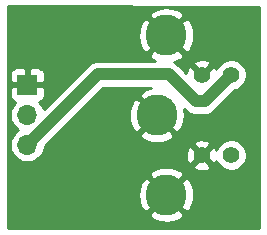
<source format=gbr>
%TF.GenerationSoftware,KiCad,Pcbnew,(5.1.9)-1*%
%TF.CreationDate,2021-04-04T18:43:18-05:00*%
%TF.ProjectId,S-VIDEO PCB Breakout Horizontal,532d5649-4445-44f2-9050-434220427265,rev?*%
%TF.SameCoordinates,Original*%
%TF.FileFunction,Copper,L1,Top*%
%TF.FilePolarity,Positive*%
%FSLAX46Y46*%
G04 Gerber Fmt 4.6, Leading zero omitted, Abs format (unit mm)*
G04 Created by KiCad (PCBNEW (5.1.9)-1) date 2021-04-04 18:43:18*
%MOMM*%
%LPD*%
G01*
G04 APERTURE LIST*
%TA.AperFunction,ComponentPad*%
%ADD10C,3.465000*%
%TD*%
%TA.AperFunction,ComponentPad*%
%ADD11C,1.400000*%
%TD*%
%TA.AperFunction,ComponentPad*%
%ADD12O,1.700000X1.700000*%
%TD*%
%TA.AperFunction,ComponentPad*%
%ADD13R,1.700000X1.700000*%
%TD*%
%TA.AperFunction,Conductor*%
%ADD14C,1.000000*%
%TD*%
%TA.AperFunction,Conductor*%
%ADD15C,0.254000*%
%TD*%
%TA.AperFunction,Conductor*%
%ADD16C,0.100000*%
%TD*%
G04 APERTURE END LIST*
D10*
%TO.P,J1,MH3*%
%TO.N,/GND*%
X154050000Y-103960000D03*
%TO.P,J1,MH2*%
X153250000Y-110710000D03*
%TO.P,J1,MH1*%
X154050000Y-117460000D03*
D11*
%TO.P,J1,4*%
%TO.N,/CHROMA*%
X159550000Y-107310000D03*
%TO.P,J1,3*%
%TO.N,/LUMA*%
X159550000Y-114110000D03*
%TO.P,J1,2*%
%TO.N,/GND*%
X157050000Y-107310000D03*
%TO.P,J1,1*%
X157050000Y-114110000D03*
%TD*%
D12*
%TO.P,J2,3*%
%TO.N,/CHROMA*%
X142280000Y-113230000D03*
%TO.P,J2,2*%
%TO.N,/LUMA*%
X142280000Y-110690000D03*
D13*
%TO.P,J2,1*%
%TO.N,/GND*%
X142280000Y-108150000D03*
%TD*%
D14*
%TO.N,/CHROMA*%
X142280000Y-113230000D02*
X148250000Y-107260000D01*
X148250000Y-107260000D02*
X154270000Y-107260000D01*
X154270000Y-107260000D02*
X156560000Y-109550000D01*
X157310000Y-109550000D02*
X159550000Y-107310000D01*
X156560000Y-109550000D02*
X157310000Y-109550000D01*
%TD*%
D15*
%TO.N,/GND*%
X161930329Y-101519708D02*
X161939671Y-120259699D01*
X140640328Y-120250270D01*
X140640892Y-119117154D01*
X152572451Y-119117154D01*
X152756424Y-119456520D01*
X153170781Y-119670521D01*
X153618926Y-119799573D01*
X154083637Y-119838717D01*
X154547056Y-119786448D01*
X154991373Y-119644776D01*
X155343576Y-119456520D01*
X155527549Y-119117154D01*
X154050000Y-117639605D01*
X152572451Y-119117154D01*
X140640892Y-119117154D01*
X140641702Y-117493637D01*
X151671283Y-117493637D01*
X151723552Y-117957056D01*
X151865224Y-118401373D01*
X152053480Y-118753576D01*
X152392846Y-118937549D01*
X153870395Y-117460000D01*
X154229605Y-117460000D01*
X155707154Y-118937549D01*
X156046520Y-118753576D01*
X156260521Y-118339219D01*
X156389573Y-117891074D01*
X156428717Y-117426363D01*
X156376448Y-116962944D01*
X156234776Y-116518627D01*
X156046520Y-116166424D01*
X155707154Y-115982451D01*
X154229605Y-117460000D01*
X153870395Y-117460000D01*
X152392846Y-115982451D01*
X152053480Y-116166424D01*
X151839479Y-116580781D01*
X151710427Y-117028926D01*
X151671283Y-117493637D01*
X140641702Y-117493637D01*
X140642544Y-115802846D01*
X152572451Y-115802846D01*
X154050000Y-117280395D01*
X155527549Y-115802846D01*
X155343576Y-115463480D01*
X154929219Y-115249479D01*
X154481074Y-115120427D01*
X154016363Y-115081283D01*
X153552944Y-115133552D01*
X153108627Y-115275224D01*
X152756424Y-115463480D01*
X152572451Y-115802846D01*
X140642544Y-115802846D01*
X140642928Y-115031269D01*
X156308336Y-115031269D01*
X156367797Y-115265037D01*
X156606242Y-115375934D01*
X156861740Y-115438183D01*
X157124473Y-115449390D01*
X157384344Y-115409125D01*
X157631366Y-115318935D01*
X157732203Y-115265037D01*
X157791664Y-115031269D01*
X157050000Y-114289605D01*
X156308336Y-115031269D01*
X140642928Y-115031269D01*
X140645936Y-109000000D01*
X140791928Y-109000000D01*
X140804188Y-109124482D01*
X140840498Y-109244180D01*
X140899463Y-109354494D01*
X140978815Y-109451185D01*
X141075506Y-109530537D01*
X141185820Y-109589502D01*
X141258380Y-109611513D01*
X141126525Y-109743368D01*
X140964010Y-109986589D01*
X140852068Y-110256842D01*
X140795000Y-110543740D01*
X140795000Y-110836260D01*
X140852068Y-111123158D01*
X140964010Y-111393411D01*
X141126525Y-111636632D01*
X141333368Y-111843475D01*
X141507760Y-111960000D01*
X141333368Y-112076525D01*
X141126525Y-112283368D01*
X140964010Y-112526589D01*
X140852068Y-112796842D01*
X140795000Y-113083740D01*
X140795000Y-113376260D01*
X140852068Y-113663158D01*
X140964010Y-113933411D01*
X141126525Y-114176632D01*
X141333368Y-114383475D01*
X141576589Y-114545990D01*
X141846842Y-114657932D01*
X142133740Y-114715000D01*
X142426260Y-114715000D01*
X142713158Y-114657932D01*
X142983411Y-114545990D01*
X143226632Y-114383475D01*
X143425634Y-114184473D01*
X155710610Y-114184473D01*
X155750875Y-114444344D01*
X155841065Y-114691366D01*
X155894963Y-114792203D01*
X156128731Y-114851664D01*
X156870395Y-114110000D01*
X157229605Y-114110000D01*
X157971269Y-114851664D01*
X158205037Y-114792203D01*
X158301592Y-114584596D01*
X158366939Y-114742359D01*
X158513038Y-114961013D01*
X158698987Y-115146962D01*
X158917641Y-115293061D01*
X159160595Y-115393696D01*
X159418514Y-115445000D01*
X159681486Y-115445000D01*
X159939405Y-115393696D01*
X160182359Y-115293061D01*
X160401013Y-115146962D01*
X160586962Y-114961013D01*
X160733061Y-114742359D01*
X160833696Y-114499405D01*
X160885000Y-114241486D01*
X160885000Y-113978514D01*
X160833696Y-113720595D01*
X160733061Y-113477641D01*
X160586962Y-113258987D01*
X160401013Y-113073038D01*
X160182359Y-112926939D01*
X159939405Y-112826304D01*
X159681486Y-112775000D01*
X159418514Y-112775000D01*
X159160595Y-112826304D01*
X158917641Y-112926939D01*
X158698987Y-113073038D01*
X158513038Y-113258987D01*
X158366939Y-113477641D01*
X158299639Y-113640118D01*
X158258935Y-113528634D01*
X158205037Y-113427797D01*
X157971269Y-113368336D01*
X157229605Y-114110000D01*
X156870395Y-114110000D01*
X156128731Y-113368336D01*
X155894963Y-113427797D01*
X155784066Y-113666242D01*
X155721817Y-113921740D01*
X155710610Y-114184473D01*
X143425634Y-114184473D01*
X143433475Y-114176632D01*
X143595990Y-113933411D01*
X143707932Y-113663158D01*
X143765000Y-113376260D01*
X143765000Y-113350131D01*
X143926400Y-113188731D01*
X156308336Y-113188731D01*
X157050000Y-113930395D01*
X157791664Y-113188731D01*
X157732203Y-112954963D01*
X157493758Y-112844066D01*
X157238260Y-112781817D01*
X156975527Y-112770610D01*
X156715656Y-112810875D01*
X156468634Y-112901065D01*
X156367797Y-112954963D01*
X156308336Y-113188731D01*
X143926400Y-113188731D01*
X144747977Y-112367154D01*
X151772451Y-112367154D01*
X151956424Y-112706520D01*
X152370781Y-112920521D01*
X152818926Y-113049573D01*
X153283637Y-113088717D01*
X153747056Y-113036448D01*
X154191373Y-112894776D01*
X154543576Y-112706520D01*
X154727549Y-112367154D01*
X153250000Y-110889605D01*
X151772451Y-112367154D01*
X144747977Y-112367154D01*
X146371494Y-110743637D01*
X150871283Y-110743637D01*
X150923552Y-111207056D01*
X151065224Y-111651373D01*
X151253480Y-112003576D01*
X151592846Y-112187549D01*
X153070395Y-110710000D01*
X151592846Y-109232451D01*
X151253480Y-109416424D01*
X151039479Y-109830781D01*
X150910427Y-110278926D01*
X150871283Y-110743637D01*
X146371494Y-110743637D01*
X148720132Y-108395000D01*
X152717040Y-108395000D01*
X152308627Y-108525224D01*
X151956424Y-108713480D01*
X151772451Y-109052846D01*
X153250000Y-110530395D01*
X153264143Y-110516253D01*
X153443748Y-110695858D01*
X153429605Y-110710000D01*
X154907154Y-112187549D01*
X155246520Y-112003576D01*
X155460521Y-111589219D01*
X155589573Y-111141074D01*
X155628717Y-110676363D01*
X155576448Y-110212944D01*
X155557085Y-110152217D01*
X155718009Y-110313141D01*
X155753551Y-110356449D01*
X155926377Y-110498284D01*
X156123553Y-110603676D01*
X156337501Y-110668577D01*
X156559999Y-110690491D01*
X156615751Y-110685000D01*
X157254249Y-110685000D01*
X157310000Y-110690491D01*
X157365751Y-110685000D01*
X157365752Y-110685000D01*
X157532499Y-110668577D01*
X157746447Y-110603676D01*
X157943623Y-110498284D01*
X158116449Y-110356449D01*
X158151996Y-110313135D01*
X159854559Y-108610573D01*
X159939405Y-108593696D01*
X160182359Y-108493061D01*
X160401013Y-108346962D01*
X160586962Y-108161013D01*
X160733061Y-107942359D01*
X160833696Y-107699405D01*
X160885000Y-107441486D01*
X160885000Y-107178514D01*
X160833696Y-106920595D01*
X160733061Y-106677641D01*
X160586962Y-106458987D01*
X160401013Y-106273038D01*
X160182359Y-106126939D01*
X159939405Y-106026304D01*
X159681486Y-105975000D01*
X159418514Y-105975000D01*
X159160595Y-106026304D01*
X158917641Y-106126939D01*
X158698987Y-106273038D01*
X158513038Y-106458987D01*
X158366939Y-106677641D01*
X158299639Y-106840118D01*
X158258935Y-106728634D01*
X158205037Y-106627797D01*
X157971269Y-106568336D01*
X157229605Y-107310000D01*
X157243748Y-107324143D01*
X157064143Y-107503748D01*
X157050000Y-107489605D01*
X157035858Y-107503748D01*
X156856253Y-107324143D01*
X156870395Y-107310000D01*
X156128731Y-106568336D01*
X155894963Y-106627797D01*
X155784066Y-106866242D01*
X155724766Y-107109635D01*
X155111996Y-106496865D01*
X155076449Y-106453551D01*
X154997466Y-106388731D01*
X156308336Y-106388731D01*
X157050000Y-107130395D01*
X157791664Y-106388731D01*
X157732203Y-106154963D01*
X157493758Y-106044066D01*
X157238260Y-105981817D01*
X156975527Y-105970610D01*
X156715656Y-106010875D01*
X156468634Y-106101065D01*
X156367797Y-106154963D01*
X156308336Y-106388731D01*
X154997466Y-106388731D01*
X154903623Y-106311716D01*
X154740784Y-106224677D01*
X154991373Y-106144776D01*
X155343576Y-105956520D01*
X155527549Y-105617154D01*
X154050000Y-104139605D01*
X152572451Y-105617154D01*
X152756424Y-105956520D01*
X153082641Y-106125000D01*
X148305751Y-106125000D01*
X148250000Y-106119509D01*
X148194248Y-106125000D01*
X148027501Y-106141423D01*
X147813553Y-106206324D01*
X147616377Y-106311716D01*
X147443551Y-106453551D01*
X147408009Y-106496859D01*
X143690386Y-110214482D01*
X143595990Y-109986589D01*
X143433475Y-109743368D01*
X143301620Y-109611513D01*
X143374180Y-109589502D01*
X143484494Y-109530537D01*
X143581185Y-109451185D01*
X143660537Y-109354494D01*
X143719502Y-109244180D01*
X143755812Y-109124482D01*
X143768072Y-109000000D01*
X143765000Y-108435750D01*
X143606250Y-108277000D01*
X142407000Y-108277000D01*
X142407000Y-108297000D01*
X142153000Y-108297000D01*
X142153000Y-108277000D01*
X140953750Y-108277000D01*
X140795000Y-108435750D01*
X140791928Y-109000000D01*
X140645936Y-109000000D01*
X140646783Y-107300000D01*
X140791928Y-107300000D01*
X140795000Y-107864250D01*
X140953750Y-108023000D01*
X142153000Y-108023000D01*
X142153000Y-106823750D01*
X142407000Y-106823750D01*
X142407000Y-108023000D01*
X143606250Y-108023000D01*
X143765000Y-107864250D01*
X143768072Y-107300000D01*
X143755812Y-107175518D01*
X143719502Y-107055820D01*
X143660537Y-106945506D01*
X143581185Y-106848815D01*
X143484494Y-106769463D01*
X143374180Y-106710498D01*
X143254482Y-106674188D01*
X143130000Y-106661928D01*
X142565750Y-106665000D01*
X142407000Y-106823750D01*
X142153000Y-106823750D01*
X141994250Y-106665000D01*
X141430000Y-106661928D01*
X141305518Y-106674188D01*
X141185820Y-106710498D01*
X141075506Y-106769463D01*
X140978815Y-106848815D01*
X140899463Y-106945506D01*
X140840498Y-107055820D01*
X140804188Y-107175518D01*
X140791928Y-107300000D01*
X140646783Y-107300000D01*
X140648432Y-103993637D01*
X151671283Y-103993637D01*
X151723552Y-104457056D01*
X151865224Y-104901373D01*
X152053480Y-105253576D01*
X152392846Y-105437549D01*
X153870395Y-103960000D01*
X154229605Y-103960000D01*
X155707154Y-105437549D01*
X156046520Y-105253576D01*
X156260521Y-104839219D01*
X156389573Y-104391074D01*
X156428717Y-103926363D01*
X156376448Y-103462944D01*
X156234776Y-103018627D01*
X156046520Y-102666424D01*
X155707154Y-102482451D01*
X154229605Y-103960000D01*
X153870395Y-103960000D01*
X152392846Y-102482451D01*
X152053480Y-102666424D01*
X151839479Y-103080781D01*
X151710427Y-103528926D01*
X151671283Y-103993637D01*
X140648432Y-103993637D01*
X140649275Y-102302846D01*
X152572451Y-102302846D01*
X154050000Y-103780395D01*
X155527549Y-102302846D01*
X155343576Y-101963480D01*
X154929219Y-101749479D01*
X154481074Y-101620427D01*
X154016363Y-101581283D01*
X153552944Y-101633552D01*
X153108627Y-101775224D01*
X152756424Y-101963480D01*
X152572451Y-102302846D01*
X140649275Y-102302846D01*
X140649671Y-101510291D01*
X161930329Y-101519708D01*
%TA.AperFunction,Conductor*%
D16*
G36*
X161930329Y-101519708D02*
G01*
X161939671Y-120259699D01*
X140640328Y-120250270D01*
X140640892Y-119117154D01*
X152572451Y-119117154D01*
X152756424Y-119456520D01*
X153170781Y-119670521D01*
X153618926Y-119799573D01*
X154083637Y-119838717D01*
X154547056Y-119786448D01*
X154991373Y-119644776D01*
X155343576Y-119456520D01*
X155527549Y-119117154D01*
X154050000Y-117639605D01*
X152572451Y-119117154D01*
X140640892Y-119117154D01*
X140641702Y-117493637D01*
X151671283Y-117493637D01*
X151723552Y-117957056D01*
X151865224Y-118401373D01*
X152053480Y-118753576D01*
X152392846Y-118937549D01*
X153870395Y-117460000D01*
X154229605Y-117460000D01*
X155707154Y-118937549D01*
X156046520Y-118753576D01*
X156260521Y-118339219D01*
X156389573Y-117891074D01*
X156428717Y-117426363D01*
X156376448Y-116962944D01*
X156234776Y-116518627D01*
X156046520Y-116166424D01*
X155707154Y-115982451D01*
X154229605Y-117460000D01*
X153870395Y-117460000D01*
X152392846Y-115982451D01*
X152053480Y-116166424D01*
X151839479Y-116580781D01*
X151710427Y-117028926D01*
X151671283Y-117493637D01*
X140641702Y-117493637D01*
X140642544Y-115802846D01*
X152572451Y-115802846D01*
X154050000Y-117280395D01*
X155527549Y-115802846D01*
X155343576Y-115463480D01*
X154929219Y-115249479D01*
X154481074Y-115120427D01*
X154016363Y-115081283D01*
X153552944Y-115133552D01*
X153108627Y-115275224D01*
X152756424Y-115463480D01*
X152572451Y-115802846D01*
X140642544Y-115802846D01*
X140642928Y-115031269D01*
X156308336Y-115031269D01*
X156367797Y-115265037D01*
X156606242Y-115375934D01*
X156861740Y-115438183D01*
X157124473Y-115449390D01*
X157384344Y-115409125D01*
X157631366Y-115318935D01*
X157732203Y-115265037D01*
X157791664Y-115031269D01*
X157050000Y-114289605D01*
X156308336Y-115031269D01*
X140642928Y-115031269D01*
X140645936Y-109000000D01*
X140791928Y-109000000D01*
X140804188Y-109124482D01*
X140840498Y-109244180D01*
X140899463Y-109354494D01*
X140978815Y-109451185D01*
X141075506Y-109530537D01*
X141185820Y-109589502D01*
X141258380Y-109611513D01*
X141126525Y-109743368D01*
X140964010Y-109986589D01*
X140852068Y-110256842D01*
X140795000Y-110543740D01*
X140795000Y-110836260D01*
X140852068Y-111123158D01*
X140964010Y-111393411D01*
X141126525Y-111636632D01*
X141333368Y-111843475D01*
X141507760Y-111960000D01*
X141333368Y-112076525D01*
X141126525Y-112283368D01*
X140964010Y-112526589D01*
X140852068Y-112796842D01*
X140795000Y-113083740D01*
X140795000Y-113376260D01*
X140852068Y-113663158D01*
X140964010Y-113933411D01*
X141126525Y-114176632D01*
X141333368Y-114383475D01*
X141576589Y-114545990D01*
X141846842Y-114657932D01*
X142133740Y-114715000D01*
X142426260Y-114715000D01*
X142713158Y-114657932D01*
X142983411Y-114545990D01*
X143226632Y-114383475D01*
X143425634Y-114184473D01*
X155710610Y-114184473D01*
X155750875Y-114444344D01*
X155841065Y-114691366D01*
X155894963Y-114792203D01*
X156128731Y-114851664D01*
X156870395Y-114110000D01*
X157229605Y-114110000D01*
X157971269Y-114851664D01*
X158205037Y-114792203D01*
X158301592Y-114584596D01*
X158366939Y-114742359D01*
X158513038Y-114961013D01*
X158698987Y-115146962D01*
X158917641Y-115293061D01*
X159160595Y-115393696D01*
X159418514Y-115445000D01*
X159681486Y-115445000D01*
X159939405Y-115393696D01*
X160182359Y-115293061D01*
X160401013Y-115146962D01*
X160586962Y-114961013D01*
X160733061Y-114742359D01*
X160833696Y-114499405D01*
X160885000Y-114241486D01*
X160885000Y-113978514D01*
X160833696Y-113720595D01*
X160733061Y-113477641D01*
X160586962Y-113258987D01*
X160401013Y-113073038D01*
X160182359Y-112926939D01*
X159939405Y-112826304D01*
X159681486Y-112775000D01*
X159418514Y-112775000D01*
X159160595Y-112826304D01*
X158917641Y-112926939D01*
X158698987Y-113073038D01*
X158513038Y-113258987D01*
X158366939Y-113477641D01*
X158299639Y-113640118D01*
X158258935Y-113528634D01*
X158205037Y-113427797D01*
X157971269Y-113368336D01*
X157229605Y-114110000D01*
X156870395Y-114110000D01*
X156128731Y-113368336D01*
X155894963Y-113427797D01*
X155784066Y-113666242D01*
X155721817Y-113921740D01*
X155710610Y-114184473D01*
X143425634Y-114184473D01*
X143433475Y-114176632D01*
X143595990Y-113933411D01*
X143707932Y-113663158D01*
X143765000Y-113376260D01*
X143765000Y-113350131D01*
X143926400Y-113188731D01*
X156308336Y-113188731D01*
X157050000Y-113930395D01*
X157791664Y-113188731D01*
X157732203Y-112954963D01*
X157493758Y-112844066D01*
X157238260Y-112781817D01*
X156975527Y-112770610D01*
X156715656Y-112810875D01*
X156468634Y-112901065D01*
X156367797Y-112954963D01*
X156308336Y-113188731D01*
X143926400Y-113188731D01*
X144747977Y-112367154D01*
X151772451Y-112367154D01*
X151956424Y-112706520D01*
X152370781Y-112920521D01*
X152818926Y-113049573D01*
X153283637Y-113088717D01*
X153747056Y-113036448D01*
X154191373Y-112894776D01*
X154543576Y-112706520D01*
X154727549Y-112367154D01*
X153250000Y-110889605D01*
X151772451Y-112367154D01*
X144747977Y-112367154D01*
X146371494Y-110743637D01*
X150871283Y-110743637D01*
X150923552Y-111207056D01*
X151065224Y-111651373D01*
X151253480Y-112003576D01*
X151592846Y-112187549D01*
X153070395Y-110710000D01*
X151592846Y-109232451D01*
X151253480Y-109416424D01*
X151039479Y-109830781D01*
X150910427Y-110278926D01*
X150871283Y-110743637D01*
X146371494Y-110743637D01*
X148720132Y-108395000D01*
X152717040Y-108395000D01*
X152308627Y-108525224D01*
X151956424Y-108713480D01*
X151772451Y-109052846D01*
X153250000Y-110530395D01*
X153264143Y-110516253D01*
X153443748Y-110695858D01*
X153429605Y-110710000D01*
X154907154Y-112187549D01*
X155246520Y-112003576D01*
X155460521Y-111589219D01*
X155589573Y-111141074D01*
X155628717Y-110676363D01*
X155576448Y-110212944D01*
X155557085Y-110152217D01*
X155718009Y-110313141D01*
X155753551Y-110356449D01*
X155926377Y-110498284D01*
X156123553Y-110603676D01*
X156337501Y-110668577D01*
X156559999Y-110690491D01*
X156615751Y-110685000D01*
X157254249Y-110685000D01*
X157310000Y-110690491D01*
X157365751Y-110685000D01*
X157365752Y-110685000D01*
X157532499Y-110668577D01*
X157746447Y-110603676D01*
X157943623Y-110498284D01*
X158116449Y-110356449D01*
X158151996Y-110313135D01*
X159854559Y-108610573D01*
X159939405Y-108593696D01*
X160182359Y-108493061D01*
X160401013Y-108346962D01*
X160586962Y-108161013D01*
X160733061Y-107942359D01*
X160833696Y-107699405D01*
X160885000Y-107441486D01*
X160885000Y-107178514D01*
X160833696Y-106920595D01*
X160733061Y-106677641D01*
X160586962Y-106458987D01*
X160401013Y-106273038D01*
X160182359Y-106126939D01*
X159939405Y-106026304D01*
X159681486Y-105975000D01*
X159418514Y-105975000D01*
X159160595Y-106026304D01*
X158917641Y-106126939D01*
X158698987Y-106273038D01*
X158513038Y-106458987D01*
X158366939Y-106677641D01*
X158299639Y-106840118D01*
X158258935Y-106728634D01*
X158205037Y-106627797D01*
X157971269Y-106568336D01*
X157229605Y-107310000D01*
X157243748Y-107324143D01*
X157064143Y-107503748D01*
X157050000Y-107489605D01*
X157035858Y-107503748D01*
X156856253Y-107324143D01*
X156870395Y-107310000D01*
X156128731Y-106568336D01*
X155894963Y-106627797D01*
X155784066Y-106866242D01*
X155724766Y-107109635D01*
X155111996Y-106496865D01*
X155076449Y-106453551D01*
X154997466Y-106388731D01*
X156308336Y-106388731D01*
X157050000Y-107130395D01*
X157791664Y-106388731D01*
X157732203Y-106154963D01*
X157493758Y-106044066D01*
X157238260Y-105981817D01*
X156975527Y-105970610D01*
X156715656Y-106010875D01*
X156468634Y-106101065D01*
X156367797Y-106154963D01*
X156308336Y-106388731D01*
X154997466Y-106388731D01*
X154903623Y-106311716D01*
X154740784Y-106224677D01*
X154991373Y-106144776D01*
X155343576Y-105956520D01*
X155527549Y-105617154D01*
X154050000Y-104139605D01*
X152572451Y-105617154D01*
X152756424Y-105956520D01*
X153082641Y-106125000D01*
X148305751Y-106125000D01*
X148250000Y-106119509D01*
X148194248Y-106125000D01*
X148027501Y-106141423D01*
X147813553Y-106206324D01*
X147616377Y-106311716D01*
X147443551Y-106453551D01*
X147408009Y-106496859D01*
X143690386Y-110214482D01*
X143595990Y-109986589D01*
X143433475Y-109743368D01*
X143301620Y-109611513D01*
X143374180Y-109589502D01*
X143484494Y-109530537D01*
X143581185Y-109451185D01*
X143660537Y-109354494D01*
X143719502Y-109244180D01*
X143755812Y-109124482D01*
X143768072Y-109000000D01*
X143765000Y-108435750D01*
X143606250Y-108277000D01*
X142407000Y-108277000D01*
X142407000Y-108297000D01*
X142153000Y-108297000D01*
X142153000Y-108277000D01*
X140953750Y-108277000D01*
X140795000Y-108435750D01*
X140791928Y-109000000D01*
X140645936Y-109000000D01*
X140646783Y-107300000D01*
X140791928Y-107300000D01*
X140795000Y-107864250D01*
X140953750Y-108023000D01*
X142153000Y-108023000D01*
X142153000Y-106823750D01*
X142407000Y-106823750D01*
X142407000Y-108023000D01*
X143606250Y-108023000D01*
X143765000Y-107864250D01*
X143768072Y-107300000D01*
X143755812Y-107175518D01*
X143719502Y-107055820D01*
X143660537Y-106945506D01*
X143581185Y-106848815D01*
X143484494Y-106769463D01*
X143374180Y-106710498D01*
X143254482Y-106674188D01*
X143130000Y-106661928D01*
X142565750Y-106665000D01*
X142407000Y-106823750D01*
X142153000Y-106823750D01*
X141994250Y-106665000D01*
X141430000Y-106661928D01*
X141305518Y-106674188D01*
X141185820Y-106710498D01*
X141075506Y-106769463D01*
X140978815Y-106848815D01*
X140899463Y-106945506D01*
X140840498Y-107055820D01*
X140804188Y-107175518D01*
X140791928Y-107300000D01*
X140646783Y-107300000D01*
X140648432Y-103993637D01*
X151671283Y-103993637D01*
X151723552Y-104457056D01*
X151865224Y-104901373D01*
X152053480Y-105253576D01*
X152392846Y-105437549D01*
X153870395Y-103960000D01*
X154229605Y-103960000D01*
X155707154Y-105437549D01*
X156046520Y-105253576D01*
X156260521Y-104839219D01*
X156389573Y-104391074D01*
X156428717Y-103926363D01*
X156376448Y-103462944D01*
X156234776Y-103018627D01*
X156046520Y-102666424D01*
X155707154Y-102482451D01*
X154229605Y-103960000D01*
X153870395Y-103960000D01*
X152392846Y-102482451D01*
X152053480Y-102666424D01*
X151839479Y-103080781D01*
X151710427Y-103528926D01*
X151671283Y-103993637D01*
X140648432Y-103993637D01*
X140649275Y-102302846D01*
X152572451Y-102302846D01*
X154050000Y-103780395D01*
X155527549Y-102302846D01*
X155343576Y-101963480D01*
X154929219Y-101749479D01*
X154481074Y-101620427D01*
X154016363Y-101581283D01*
X153552944Y-101633552D01*
X153108627Y-101775224D01*
X152756424Y-101963480D01*
X152572451Y-102302846D01*
X140649275Y-102302846D01*
X140649671Y-101510291D01*
X161930329Y-101519708D01*
G37*
%TD.AperFunction*%
%TD*%
M02*

</source>
